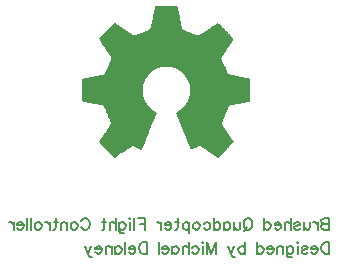
<source format=gbo>
G04 ---------------------------- Layer name :BOTTOM SILK LAYER*
G04 EasyEDA v5.7.24, Wed, 12 Sep 2018 17:35:23 GMT*
G04 04e61e729e724139ab2a67c6bad7766c*
G04 Gerber Generator version 0.2*
G04 Scale: 100 percent, Rotated: No, Reflected: No *
G04 Dimensions in inches *
G04 leading zeros omitted , absolute positions ,2 integer and 4 decimal *
%FSLAX24Y24*%
%MOIN*%
G90*
G70D02*

%ADD53C,0.008000*%

%LPD*%

%LPD*%
G36*
G01X14450Y17144D02*
G01X14450Y17144D01*
G01X14450Y17144D01*
G01X14452Y17140D01*
G01X14455Y17133D01*
G01X14459Y17123D01*
G01X14464Y17109D01*
G01X14469Y17092D01*
G01X14474Y17072D01*
G01X14480Y17050D01*
G01X14486Y17025D01*
G01X14492Y16998D01*
G01X14499Y16969D01*
G01X14506Y16938D01*
G01X14513Y16905D01*
G01X14520Y16871D01*
G01X14527Y16835D01*
G01X14534Y16798D01*
G01X14542Y16761D01*
G01X14542Y16761D01*
G01X14549Y16723D01*
G01X14556Y16686D01*
G01X14563Y16651D01*
G01X14570Y16617D01*
G01X14576Y16584D01*
G01X14583Y16553D01*
G01X14589Y16524D01*
G01X14595Y16497D01*
G01X14601Y16472D01*
G01X14606Y16450D01*
G01X14610Y16430D01*
G01X14615Y16413D01*
G01X14618Y16400D01*
G01X14622Y16390D01*
G01X14624Y16383D01*
G01X14626Y16379D01*
G01X14626Y16379D01*
G01X14630Y16377D01*
G01X14639Y16372D01*
G01X14651Y16367D01*
G01X14667Y16359D01*
G01X14687Y16351D01*
G01X14709Y16341D01*
G01X14734Y16330D01*
G01X14762Y16319D01*
G01X14791Y16306D01*
G01X14822Y16293D01*
G01X14855Y16280D01*
G01X14889Y16266D01*
G01X14889Y16266D01*
G01X14922Y16252D01*
G01X14955Y16239D01*
G01X14986Y16227D01*
G01X15016Y16215D01*
G01X15044Y16205D01*
G01X15069Y16195D01*
G01X15092Y16186D01*
G01X15112Y16179D01*
G01X15129Y16173D01*
G01X15142Y16169D01*
G01X15151Y16166D01*
G01X15156Y16165D01*
G01X15156Y16165D01*
G01X15160Y16166D01*
G01X15166Y16170D01*
G01X15176Y16175D01*
G01X15188Y16182D01*
G01X15202Y16190D01*
G01X15218Y16200D01*
G01X15237Y16212D01*
G01X15258Y16225D01*
G01X15280Y16240D01*
G01X15304Y16256D01*
G01X15329Y16273D01*
G01X15356Y16291D01*
G01X15384Y16309D01*
G01X15413Y16329D01*
G01X15442Y16349D01*
G01X15473Y16370D01*
G01X15473Y16370D01*
G01X15503Y16391D01*
G01X15533Y16411D01*
G01X15562Y16431D01*
G01X15590Y16449D01*
G01X15617Y16467D01*
G01X15643Y16484D01*
G01X15668Y16500D01*
G01X15691Y16514D01*
G01X15712Y16528D01*
G01X15731Y16539D01*
G01X15749Y16550D01*
G01X15764Y16558D01*
G01X15777Y16565D01*
G01X15787Y16570D01*
G01X15795Y16573D01*
G01X15799Y16574D01*
G01X15799Y16574D01*
G01X15804Y16573D01*
G01X15810Y16569D01*
G01X15819Y16563D01*
G01X15831Y16555D01*
G01X15844Y16544D01*
G01X15859Y16532D01*
G01X15875Y16517D01*
G01X15894Y16501D01*
G01X15913Y16484D01*
G01X15934Y16465D01*
G01X15956Y16444D01*
G01X15979Y16422D01*
G01X16003Y16400D01*
G01X16027Y16376D01*
G01X16052Y16351D01*
G01X16078Y16326D01*
G01X16078Y16326D01*
G01X16103Y16300D01*
G01X16128Y16275D01*
G01X16151Y16251D01*
G01X16174Y16228D01*
G01X16196Y16205D01*
G01X16216Y16183D01*
G01X16235Y16163D01*
G01X16253Y16144D01*
G01X16269Y16126D01*
G01X16283Y16110D01*
G01X16296Y16096D01*
G01X16306Y16083D01*
G01X16315Y16073D01*
G01X16321Y16065D01*
G01X16325Y16059D01*
G01X16326Y16055D01*
G01X16326Y16055D01*
G01X16325Y16051D01*
G01X16322Y16045D01*
G01X16317Y16035D01*
G01X16310Y16023D01*
G01X16301Y16009D01*
G01X16291Y15992D01*
G01X16279Y15973D01*
G01X16266Y15952D01*
G01X16251Y15930D01*
G01X16236Y15906D01*
G01X16219Y15880D01*
G01X16201Y15853D01*
G01X16182Y15825D01*
G01X16162Y15796D01*
G01X16142Y15766D01*
G01X16121Y15736D01*
G01X16121Y15736D01*
G01X16101Y15706D01*
G01X16080Y15676D01*
G01X16061Y15647D01*
G01X16042Y15619D01*
G01X16024Y15592D01*
G01X16007Y15567D01*
G01X15992Y15543D01*
G01X15977Y15520D01*
G01X15964Y15499D01*
G01X15952Y15481D01*
G01X15942Y15464D01*
G01X15934Y15449D01*
G01X15927Y15437D01*
G01X15922Y15428D01*
G01X15919Y15421D01*
G01X15918Y15418D01*
G01X15918Y15418D01*
G01X15919Y15412D01*
G01X15922Y15403D01*
G01X15927Y15389D01*
G01X15934Y15371D01*
G01X15942Y15350D01*
G01X15952Y15325D01*
G01X15963Y15298D01*
G01X15975Y15269D01*
G01X15988Y15237D01*
G01X16002Y15204D01*
G01X16017Y15169D01*
G01X16032Y15133D01*
G01X16146Y14870D01*
G01X16474Y14806D01*
G01X16474Y14806D01*
G01X16508Y14800D01*
G01X16541Y14793D01*
G01X16574Y14787D01*
G01X16606Y14781D01*
G01X16636Y14775D01*
G01X16665Y14769D01*
G01X16693Y14764D01*
G01X16719Y14759D01*
G01X16744Y14754D01*
G01X16766Y14749D01*
G01X16786Y14745D01*
G01X16804Y14742D01*
G01X16819Y14739D01*
G01X16832Y14736D01*
G01X16841Y14734D01*
G01X16847Y14733D01*
G01X16847Y14733D01*
G01X16855Y14731D01*
G01X16861Y14729D01*
G01X16867Y14726D01*
G01X16872Y14722D01*
G01X16877Y14715D01*
G01X16880Y14706D01*
G01X16883Y14693D01*
G01X16885Y14677D01*
G01X16887Y14656D01*
G01X16888Y14631D01*
G01X16889Y14600D01*
G01X16890Y14564D01*
G01X16891Y14520D01*
G01X16891Y14470D01*
G01X16891Y14412D01*
G01X16891Y14346D01*
G01X16891Y14346D01*
G01X16891Y14285D01*
G01X16891Y14231D01*
G01X16890Y14183D01*
G01X16890Y14141D01*
G01X16889Y14105D01*
G01X16888Y14074D01*
G01X16887Y14048D01*
G01X16885Y14026D01*
G01X16883Y14008D01*
G01X16881Y13994D01*
G01X16878Y13983D01*
G01X16875Y13974D01*
G01X16871Y13967D01*
G01X16867Y13963D01*
G01X16862Y13960D01*
G01X16857Y13958D01*
G01X16857Y13958D01*
G01X16849Y13956D01*
G01X16837Y13953D01*
G01X16820Y13950D01*
G01X16800Y13946D01*
G01X16775Y13941D01*
G01X16747Y13936D01*
G01X16716Y13930D01*
G01X16682Y13924D01*
G01X16647Y13918D01*
G01X16609Y13911D01*
G01X16570Y13904D01*
G01X16530Y13897D01*
G01X16530Y13897D01*
G01X16491Y13890D01*
G01X16452Y13883D01*
G01X16414Y13876D01*
G01X16378Y13869D01*
G01X16344Y13863D01*
G01X16313Y13856D01*
G01X16284Y13851D01*
G01X16259Y13845D01*
G01X16237Y13840D01*
G01X16220Y13836D01*
G01X16207Y13833D01*
G01X16199Y13830D01*
G01X16199Y13830D01*
G01X16192Y13826D01*
G01X16184Y13818D01*
G01X16175Y13807D01*
G01X16165Y13792D01*
G01X16154Y13773D01*
G01X16142Y13751D01*
G01X16129Y13724D01*
G01X16115Y13694D01*
G01X16100Y13659D01*
G01X16083Y13620D01*
G01X16065Y13577D01*
G01X16046Y13529D01*
G01X16046Y13529D01*
G01X16031Y13490D01*
G01X16016Y13453D01*
G01X16003Y13416D01*
G01X15990Y13382D01*
G01X15979Y13350D01*
G01X15969Y13321D01*
G01X15960Y13294D01*
G01X15953Y13271D01*
G01X15947Y13252D01*
G01X15944Y13236D01*
G01X15942Y13226D01*
G01X15942Y13220D01*
G01X15942Y13220D01*
G01X15944Y13216D01*
G01X15948Y13209D01*
G01X15954Y13200D01*
G01X15961Y13189D01*
G01X15970Y13175D01*
G01X15980Y13160D01*
G01X15991Y13142D01*
G01X16004Y13123D01*
G01X16018Y13102D01*
G01X16033Y13080D01*
G01X16049Y13056D01*
G01X16066Y13031D01*
G01X16083Y13006D01*
G01X16101Y12979D01*
G01X16120Y12952D01*
G01X16139Y12924D01*
G01X16139Y12924D01*
G01X16164Y12887D01*
G01X16189Y12851D01*
G01X16212Y12817D01*
G01X16233Y12784D01*
G01X16253Y12754D01*
G01X16271Y12726D01*
G01X16287Y12701D01*
G01X16300Y12679D01*
G01X16311Y12661D01*
G01X16319Y12647D01*
G01X16324Y12637D01*
G01X16326Y12632D01*
G01X16326Y12632D01*
G01X16325Y12628D01*
G01X16321Y12622D01*
G01X16314Y12614D01*
G01X16305Y12603D01*
G01X16294Y12590D01*
G01X16281Y12576D01*
G01X16266Y12559D01*
G01X16250Y12541D01*
G01X16231Y12521D01*
G01X16211Y12500D01*
G01X16190Y12477D01*
G01X16167Y12454D01*
G01X16143Y12429D01*
G01X16118Y12404D01*
G01X16092Y12378D01*
G01X16066Y12352D01*
G01X15806Y12092D01*
G01X15517Y12289D01*
G01X15517Y12289D01*
G01X15488Y12309D01*
G01X15459Y12328D01*
G01X15431Y12347D01*
G01X15403Y12365D01*
G01X15377Y12382D01*
G01X15352Y12398D01*
G01X15329Y12413D01*
G01X15307Y12427D01*
G01X15287Y12440D01*
G01X15269Y12451D01*
G01X15252Y12461D01*
G01X15238Y12470D01*
G01X15226Y12476D01*
G01X15217Y12481D01*
G01X15211Y12484D01*
G01X15207Y12485D01*
G01X15207Y12485D01*
G01X15200Y12484D01*
G01X15188Y12480D01*
G01X15173Y12473D01*
G01X15154Y12465D01*
G01X15132Y12455D01*
G01X15108Y12443D01*
G01X15083Y12431D01*
G01X15057Y12417D01*
G01X15057Y12417D01*
G01X15023Y12399D01*
G01X14994Y12385D01*
G01X14970Y12375D01*
G01X14951Y12368D01*
G01X14936Y12365D01*
G01X14925Y12365D01*
G01X14916Y12367D01*
G01X14909Y12373D01*
G01X14909Y12373D01*
G01X14905Y12381D01*
G01X14898Y12392D01*
G01X14890Y12408D01*
G01X14881Y12427D01*
G01X14872Y12449D01*
G01X14861Y12473D01*
G01X14851Y12498D01*
G01X14840Y12524D01*
G01X14840Y12524D01*
G01X14836Y12534D01*
G01X14832Y12545D01*
G01X14826Y12559D01*
G01X14820Y12574D01*
G01X14813Y12590D01*
G01X14806Y12608D01*
G01X14798Y12628D01*
G01X14789Y12649D01*
G01X14780Y12671D01*
G01X14770Y12695D01*
G01X14760Y12719D01*
G01X14750Y12745D01*
G01X14739Y12771D01*
G01X14728Y12799D01*
G01X14716Y12827D01*
G01X14704Y12855D01*
G01X14692Y12885D01*
G01X14680Y12915D01*
G01X14667Y12945D01*
G01X14655Y12975D01*
G01X14642Y13006D01*
G01X14629Y13037D01*
G01X14616Y13068D01*
G01X14603Y13098D01*
G01X14603Y13098D01*
G01X14588Y13135D01*
G01X14573Y13171D01*
G01X14559Y13207D01*
G01X14545Y13241D01*
G01X14531Y13275D01*
G01X14518Y13307D01*
G01X14506Y13338D01*
G01X14494Y13368D01*
G01X14482Y13397D01*
G01X14472Y13423D01*
G01X14462Y13448D01*
G01X14453Y13472D01*
G01X14445Y13493D01*
G01X14438Y13512D01*
G01X14432Y13529D01*
G01X14427Y13543D01*
G01X14423Y13555D01*
G01X14420Y13565D01*
G01X14418Y13572D01*
G01X14418Y13576D01*
G01X14418Y13576D01*
G01X14424Y13591D01*
G01X14441Y13610D01*
G01X14467Y13632D01*
G01X14498Y13653D01*
G01X14498Y13653D01*
G01X14515Y13665D01*
G01X14536Y13680D01*
G01X14558Y13698D01*
G01X14581Y13717D01*
G01X14604Y13738D01*
G01X14627Y13760D01*
G01X14649Y13782D01*
G01X14669Y13803D01*
G01X14669Y13803D01*
G01X14689Y13825D01*
G01X14709Y13849D01*
G01X14728Y13874D01*
G01X14747Y13900D01*
G01X14765Y13926D01*
G01X14780Y13950D01*
G01X14794Y13973D01*
G01X14804Y13993D01*
G01X14804Y13993D01*
G01X14813Y14013D01*
G01X14822Y14036D01*
G01X14831Y14060D01*
G01X14840Y14086D01*
G01X14848Y14112D01*
G01X14856Y14137D01*
G01X14863Y14161D01*
G01X14868Y14183D01*
G01X14868Y14183D01*
G01X14872Y14207D01*
G01X14875Y14234D01*
G01X14878Y14263D01*
G01X14880Y14295D01*
G01X14880Y14327D01*
G01X14880Y14359D01*
G01X14879Y14391D01*
G01X14877Y14422D01*
G01X14877Y14422D01*
G01X14875Y14445D01*
G01X14872Y14468D01*
G01X14868Y14490D01*
G01X14864Y14512D01*
G01X14859Y14534D01*
G01X14853Y14555D01*
G01X14847Y14576D01*
G01X14840Y14597D01*
G01X14832Y14618D01*
G01X14824Y14639D01*
G01X14815Y14660D01*
G01X14805Y14681D01*
G01X14805Y14681D01*
G01X14796Y14698D01*
G01X14786Y14716D01*
G01X14775Y14735D01*
G01X14763Y14755D01*
G01X14749Y14775D01*
G01X14736Y14794D01*
G01X14722Y14814D01*
G01X14708Y14833D01*
G01X14694Y14851D01*
G01X14679Y14868D01*
G01X14666Y14884D01*
G01X14653Y14898D01*
G01X14653Y14898D01*
G01X14632Y14918D01*
G01X14609Y14939D01*
G01X14584Y14959D01*
G01X14559Y14979D01*
G01X14533Y14998D01*
G01X14508Y15015D01*
G01X14485Y15029D01*
G01X14464Y15041D01*
G01X14464Y15041D01*
G01X14443Y15051D01*
G01X14420Y15061D01*
G01X14395Y15071D01*
G01X14370Y15082D01*
G01X14344Y15091D01*
G01X14320Y15100D01*
G01X14297Y15107D01*
G01X14277Y15113D01*
G01X14277Y15113D01*
G01X14255Y15118D01*
G01X14230Y15122D01*
G01X14202Y15126D01*
G01X14171Y15128D01*
G01X14140Y15130D01*
G01X14107Y15131D01*
G01X14075Y15130D01*
G01X14043Y15129D01*
G01X14043Y15129D01*
G01X14022Y15127D01*
G01X14000Y15125D01*
G01X13978Y15122D01*
G01X13955Y15119D01*
G01X13932Y15115D01*
G01X13909Y15110D01*
G01X13887Y15105D01*
G01X13865Y15100D01*
G01X13844Y15095D01*
G01X13824Y15089D01*
G01X13805Y15083D01*
G01X13788Y15077D01*
G01X13788Y15077D01*
G01X13770Y15069D01*
G01X13751Y15060D01*
G01X13732Y15051D01*
G01X13713Y15040D01*
G01X13694Y15028D01*
G01X13674Y15016D01*
G01X13654Y15002D01*
G01X13635Y14988D01*
G01X13615Y14973D01*
G01X13596Y14957D01*
G01X13577Y14941D01*
G01X13558Y14924D01*
G01X13558Y14924D01*
G01X13540Y14907D01*
G01X13523Y14890D01*
G01X13506Y14872D01*
G01X13489Y14853D01*
G01X13473Y14834D01*
G01X13458Y14815D01*
G01X13443Y14796D01*
G01X13429Y14777D01*
G01X13416Y14758D01*
G01X13405Y14740D01*
G01X13394Y14723D01*
G01X13385Y14706D01*
G01X13385Y14706D01*
G01X13374Y14682D01*
G01X13362Y14655D01*
G01X13351Y14626D01*
G01X13340Y14596D01*
G01X13330Y14565D01*
G01X13320Y14535D01*
G01X13313Y14507D01*
G01X13307Y14482D01*
G01X13307Y14482D01*
G01X13302Y14456D01*
G01X13298Y14428D01*
G01X13295Y14399D01*
G01X13293Y14370D01*
G01X13292Y14340D01*
G01X13292Y14312D01*
G01X13293Y14286D01*
G01X13295Y14262D01*
G01X13295Y14262D01*
G01X13298Y14240D01*
G01X13302Y14215D01*
G01X13308Y14189D01*
G01X13314Y14162D01*
G01X13321Y14135D01*
G01X13328Y14110D01*
G01X13335Y14086D01*
G01X13343Y14065D01*
G01X13343Y14065D01*
G01X13351Y14044D01*
G01X13362Y14021D01*
G01X13374Y13997D01*
G01X13387Y13972D01*
G01X13400Y13947D01*
G01X13414Y13923D01*
G01X13428Y13900D01*
G01X13441Y13880D01*
G01X13441Y13880D01*
G01X13456Y13860D01*
G01X13473Y13839D01*
G01X13492Y13816D01*
G01X13513Y13794D01*
G01X13534Y13772D01*
G01X13555Y13751D01*
G01X13576Y13732D01*
G01X13596Y13716D01*
G01X13596Y13716D01*
G01X13615Y13701D01*
G01X13635Y13686D01*
G01X13655Y13671D01*
G01X13674Y13656D01*
G01X13692Y13643D01*
G01X13708Y13632D01*
G01X13721Y13622D01*
G01X13732Y13614D01*
G01X13776Y13585D01*
G01X13523Y12974D01*
G01X13523Y12974D01*
G01X13508Y12938D01*
G01X13493Y12903D01*
G01X13479Y12868D01*
G01X13464Y12834D01*
G01X13450Y12801D01*
G01X13437Y12768D01*
G01X13423Y12736D01*
G01X13410Y12705D01*
G01X13398Y12675D01*
G01X13385Y12645D01*
G01X13373Y12617D01*
G01X13362Y12590D01*
G01X13351Y12564D01*
G01X13341Y12540D01*
G01X13331Y12516D01*
G01X13321Y12494D01*
G01X13312Y12473D01*
G01X13304Y12454D01*
G01X13296Y12436D01*
G01X13289Y12420D01*
G01X13283Y12405D01*
G01X13277Y12392D01*
G01X13272Y12381D01*
G01X13268Y12372D01*
G01X13265Y12364D01*
G01X13262Y12359D01*
G01X13260Y12355D01*
G01X13259Y12353D01*
G01X13259Y12353D01*
G01X13255Y12353D01*
G01X13246Y12355D01*
G01X13232Y12360D01*
G01X13215Y12368D01*
G01X13195Y12377D01*
G01X13172Y12388D01*
G01X13148Y12401D01*
G01X13122Y12415D01*
G01X13122Y12415D01*
G01X13096Y12429D01*
G01X13070Y12442D01*
G01X13046Y12454D01*
G01X13024Y12464D01*
G01X13004Y12473D01*
G01X12988Y12479D01*
G01X12976Y12484D01*
G01X12968Y12485D01*
G01X12968Y12485D01*
G01X12952Y12481D01*
G01X12928Y12469D01*
G01X12898Y12452D01*
G01X12866Y12431D01*
G01X12866Y12431D01*
G01X12854Y12422D01*
G01X12839Y12411D01*
G01X12820Y12398D01*
G01X12799Y12383D01*
G01X12776Y12367D01*
G01X12751Y12350D01*
G01X12724Y12331D01*
G01X12697Y12312D01*
G01X12668Y12292D01*
G01X12639Y12272D01*
G01X12609Y12252D01*
G01X12580Y12232D01*
G01X12370Y12088D01*
G01X12108Y12350D01*
G01X12108Y12350D01*
G01X12081Y12376D01*
G01X12055Y12403D01*
G01X12030Y12428D01*
G01X12006Y12452D01*
G01X11983Y12476D01*
G01X11962Y12498D01*
G01X11941Y12519D01*
G01X11923Y12539D01*
G01X11906Y12557D01*
G01X11891Y12573D01*
G01X11877Y12588D01*
G01X11866Y12600D01*
G01X11858Y12611D01*
G01X11851Y12619D01*
G01X11847Y12624D01*
G01X11846Y12627D01*
G01X11846Y12627D01*
G01X11847Y12630D01*
G01X11850Y12636D01*
G01X11855Y12645D01*
G01X11861Y12656D01*
G01X11869Y12669D01*
G01X11879Y12685D01*
G01X11890Y12703D01*
G01X11903Y12722D01*
G01X11917Y12744D01*
G01X11932Y12766D01*
G01X11948Y12791D01*
G01X11965Y12816D01*
G01X11983Y12843D01*
G01X12001Y12870D01*
G01X12021Y12899D01*
G01X12041Y12928D01*
G01X12041Y12928D01*
G01X12060Y12957D01*
G01X12080Y12986D01*
G01X12098Y13013D01*
G01X12116Y13040D01*
G01X12133Y13066D01*
G01X12149Y13091D01*
G01X12164Y13115D01*
G01X12178Y13136D01*
G01X12191Y13157D01*
G01X12202Y13175D01*
G01X12212Y13191D01*
G01X12220Y13206D01*
G01X12227Y13218D01*
G01X12231Y13227D01*
G01X12234Y13234D01*
G01X12235Y13238D01*
G01X12235Y13238D01*
G01X12234Y13244D01*
G01X12231Y13255D01*
G01X12227Y13270D01*
G01X12220Y13289D01*
G01X12212Y13311D01*
G01X12203Y13337D01*
G01X12193Y13365D01*
G01X12181Y13396D01*
G01X12168Y13430D01*
G01X12155Y13464D01*
G01X12140Y13501D01*
G01X12126Y13538D01*
G01X12126Y13538D01*
G01X12106Y13586D01*
G01X12089Y13628D01*
G01X12072Y13666D01*
G01X12058Y13700D01*
G01X12044Y13729D01*
G01X12031Y13754D01*
G01X12020Y13775D01*
G01X12009Y13793D01*
G01X12000Y13807D01*
G01X11991Y13817D01*
G01X11982Y13825D01*
G01X11975Y13829D01*
G01X11975Y13829D01*
G01X11966Y13832D01*
G01X11954Y13835D01*
G01X11936Y13839D01*
G01X11915Y13844D01*
G01X11890Y13850D01*
G01X11863Y13856D01*
G01X11832Y13862D01*
G01X11799Y13868D01*
G01X11764Y13875D01*
G01X11727Y13882D01*
G01X11690Y13889D01*
G01X11651Y13896D01*
G01X11651Y13896D01*
G01X11612Y13903D01*
G01X11575Y13910D01*
G01X11538Y13916D01*
G01X11503Y13923D01*
G01X11469Y13929D01*
G01X11439Y13934D01*
G01X11410Y13940D01*
G01X11385Y13944D01*
G01X11364Y13948D01*
G01X11346Y13952D01*
G01X11333Y13954D01*
G01X11325Y13956D01*
G01X11325Y13956D01*
G01X11317Y13958D01*
G01X11310Y13960D01*
G01X11304Y13963D01*
G01X11299Y13968D01*
G01X11295Y13974D01*
G01X11292Y13984D01*
G01X11289Y13996D01*
G01X11286Y14013D01*
G01X11285Y14033D01*
G01X11283Y14059D01*
G01X11282Y14089D01*
G01X11282Y14126D01*
G01X11281Y14170D01*
G01X11281Y14220D01*
G01X11281Y14279D01*
G01X11281Y14345D01*
G01X11281Y14345D01*
G01X11281Y14384D01*
G01X11281Y14421D01*
G01X11281Y14458D01*
G01X11281Y14492D01*
G01X11281Y14526D01*
G01X11282Y14557D01*
G01X11282Y14586D01*
G01X11282Y14613D01*
G01X11283Y14638D01*
G01X11283Y14659D01*
G01X11283Y14679D01*
G01X11284Y14695D01*
G01X11284Y14707D01*
G01X11285Y14717D01*
G01X11285Y14723D01*
G01X11286Y14724D01*
G01X11286Y14724D01*
G01X11288Y14725D01*
G01X11294Y14726D01*
G01X11303Y14728D01*
G01X11316Y14730D01*
G01X11331Y14733D01*
G01X11350Y14736D01*
G01X11371Y14740D01*
G01X11394Y14744D01*
G01X11420Y14749D01*
G01X11448Y14754D01*
G01X11478Y14760D01*
G01X11509Y14766D01*
G01X11542Y14772D01*
G01X11577Y14778D01*
G01X11612Y14785D01*
G01X11649Y14792D01*
G01X11649Y14792D01*
G01X11686Y14799D01*
G01X11721Y14805D01*
G01X11756Y14812D01*
G01X11789Y14819D01*
G01X11821Y14825D01*
G01X11852Y14832D01*
G01X11880Y14838D01*
G01X11906Y14844D01*
G01X11931Y14849D01*
G01X11953Y14854D01*
G01X11972Y14859D01*
G01X11988Y14863D01*
G01X12002Y14867D01*
G01X12012Y14870D01*
G01X12019Y14872D01*
G01X12022Y14874D01*
G01X12022Y14874D01*
G01X12025Y14879D01*
G01X12030Y14887D01*
G01X12037Y14900D01*
G01X12045Y14916D01*
G01X12054Y14936D01*
G01X12065Y14959D01*
G01X12077Y14984D01*
G01X12089Y15012D01*
G01X12103Y15042D01*
G01X12117Y15073D01*
G01X12131Y15106D01*
G01X12146Y15140D01*
G01X12146Y15140D01*
G01X12161Y15174D01*
G01X12175Y15207D01*
G01X12188Y15239D01*
G01X12201Y15270D01*
G01X12212Y15298D01*
G01X12223Y15325D01*
G01X12232Y15349D01*
G01X12240Y15370D01*
G01X12246Y15387D01*
G01X12251Y15402D01*
G01X12254Y15412D01*
G01X12255Y15418D01*
G01X12255Y15418D01*
G01X12254Y15423D01*
G01X12251Y15430D01*
G01X12246Y15440D01*
G01X12239Y15453D01*
G01X12230Y15468D01*
G01X12220Y15486D01*
G01X12208Y15505D01*
G01X12195Y15527D01*
G01X12180Y15550D01*
G01X12164Y15574D01*
G01X12148Y15601D01*
G01X12130Y15628D01*
G01X12111Y15656D01*
G01X12091Y15686D01*
G01X12071Y15716D01*
G01X12050Y15746D01*
G01X12050Y15746D01*
G01X12029Y15777D01*
G01X12009Y15807D01*
G01X11990Y15836D01*
G01X11971Y15864D01*
G01X11953Y15891D01*
G01X11936Y15916D01*
G01X11920Y15940D01*
G01X11906Y15963D01*
G01X11893Y15983D01*
G01X11881Y16002D01*
G01X11871Y16018D01*
G01X11862Y16032D01*
G01X11855Y16044D01*
G01X11850Y16053D01*
G01X11847Y16059D01*
G01X11846Y16063D01*
G01X11846Y16063D01*
G01X11847Y16066D01*
G01X11851Y16071D01*
G01X11858Y16079D01*
G01X11866Y16090D01*
G01X11877Y16102D01*
G01X11891Y16117D01*
G01X11906Y16133D01*
G01X11923Y16151D01*
G01X11941Y16170D01*
G01X11961Y16191D01*
G01X11983Y16214D01*
G01X12006Y16237D01*
G01X12030Y16261D01*
G01X12055Y16286D01*
G01X12081Y16312D01*
G01X12108Y16339D01*
G01X12369Y16598D01*
G01X12673Y16391D01*
G01X12673Y16391D01*
G01X12704Y16369D01*
G01X12735Y16349D01*
G01X12764Y16329D01*
G01X12793Y16309D01*
G01X12821Y16291D01*
G01X12847Y16273D01*
G01X12872Y16256D01*
G01X12896Y16241D01*
G01X12918Y16227D01*
G01X12937Y16214D01*
G01X12955Y16203D01*
G01X12970Y16193D01*
G01X12983Y16185D01*
G01X12993Y16179D01*
G01X13001Y16175D01*
G01X13005Y16172D01*
G01X13005Y16172D01*
G01X13011Y16172D01*
G01X13021Y16173D01*
G01X13036Y16176D01*
G01X13053Y16181D01*
G01X13074Y16187D01*
G01X13098Y16195D01*
G01X13124Y16204D01*
G01X13153Y16214D01*
G01X13183Y16225D01*
G01X13215Y16237D01*
G01X13248Y16250D01*
G01X13282Y16263D01*
G01X13282Y16263D01*
G01X13316Y16277D01*
G01X13349Y16291D01*
G01X13380Y16305D01*
G01X13410Y16318D01*
G01X13438Y16331D01*
G01X13464Y16343D01*
G01X13487Y16354D01*
G01X13507Y16364D01*
G01X13524Y16373D01*
G01X13537Y16380D01*
G01X13546Y16386D01*
G01X13551Y16390D01*
G01X13551Y16390D01*
G01X13553Y16395D01*
G01X13556Y16402D01*
G01X13560Y16413D01*
G01X13564Y16427D01*
G01X13569Y16444D01*
G01X13574Y16464D01*
G01X13579Y16486D01*
G01X13585Y16510D01*
G01X13590Y16536D01*
G01X13597Y16564D01*
G01X13603Y16594D01*
G01X13610Y16626D01*
G01X13616Y16658D01*
G01X13623Y16692D01*
G01X13630Y16727D01*
G01X13636Y16763D01*
G01X13636Y16763D01*
G01X13643Y16798D01*
G01X13650Y16833D01*
G01X13656Y16867D01*
G01X13663Y16899D01*
G01X13669Y16931D01*
G01X13676Y16961D01*
G01X13682Y16989D01*
G01X13688Y17015D01*
G01X13693Y17039D01*
G01X13699Y17061D01*
G01X13703Y17081D01*
G01X13708Y17097D01*
G01X13712Y17111D01*
G01X13715Y17122D01*
G01X13718Y17130D01*
G01X13721Y17134D01*
G01X13721Y17134D01*
G01X13724Y17137D01*
G01X13730Y17140D01*
G01X13738Y17143D01*
G01X13748Y17146D01*
G01X13760Y17148D01*
G01X13775Y17150D01*
G01X13793Y17151D01*
G01X13813Y17153D01*
G01X13836Y17154D01*
G01X13862Y17155D01*
G01X13891Y17156D01*
G01X13923Y17157D01*
G01X13958Y17158D01*
G01X13996Y17158D01*
G01X14038Y17158D01*
G01X14083Y17158D01*
G01X14083Y17158D01*
G01X14118Y17158D01*
G01X14153Y17158D01*
G01X14186Y17158D01*
G01X14218Y17157D01*
G01X14249Y17156D01*
G01X14279Y17156D01*
G01X14307Y17155D01*
G01X14333Y17154D01*
G01X14356Y17153D01*
G01X14378Y17152D01*
G01X14397Y17150D01*
G01X14414Y17149D01*
G01X14427Y17148D01*
G01X14438Y17146D01*
G01X14445Y17145D01*
G01X14450Y17144D01*
G37*

%LPD*%
G54D53*
G01X19511Y10075D02*
G01X19511Y9694D01*
G01X19511Y10075D02*
G01X19348Y10075D01*
G01X19293Y10057D01*
G01X19275Y10039D01*
G01X19257Y10003D01*
G01X19257Y9966D01*
G01X19275Y9930D01*
G01X19293Y9912D01*
G01X19348Y9894D01*
G01X19511Y9894D02*
G01X19348Y9894D01*
G01X19293Y9875D01*
G01X19275Y9857D01*
G01X19257Y9821D01*
G01X19257Y9766D01*
G01X19275Y9730D01*
G01X19293Y9712D01*
G01X19348Y9694D01*
G01X19511Y9694D01*
G01X19137Y9948D02*
G01X19137Y9694D01*
G01X19137Y9839D02*
G01X19119Y9894D01*
G01X19082Y9930D01*
G01X19046Y9948D01*
G01X18991Y9948D01*
G01X18871Y9948D02*
G01X18871Y9766D01*
G01X18853Y9712D01*
G01X18817Y9694D01*
G01X18762Y9694D01*
G01X18726Y9712D01*
G01X18671Y9766D01*
G01X18671Y9948D02*
G01X18671Y9694D01*
G01X18351Y9894D02*
G01X18370Y9930D01*
G01X18424Y9948D01*
G01X18479Y9948D01*
G01X18533Y9930D01*
G01X18551Y9894D01*
G01X18533Y9857D01*
G01X18497Y9839D01*
G01X18406Y9821D01*
G01X18370Y9803D01*
G01X18351Y9766D01*
G01X18351Y9748D01*
G01X18370Y9712D01*
G01X18424Y9694D01*
G01X18479Y9694D01*
G01X18533Y9712D01*
G01X18551Y9748D01*
G01X18231Y10075D02*
G01X18231Y9694D01*
G01X18231Y9875D02*
G01X18177Y9930D01*
G01X18140Y9948D01*
G01X18086Y9948D01*
G01X18050Y9930D01*
G01X18031Y9875D01*
G01X18031Y9694D01*
G01X17911Y9839D02*
G01X17693Y9839D01*
G01X17693Y9875D01*
G01X17711Y9912D01*
G01X17730Y9930D01*
G01X17766Y9948D01*
G01X17820Y9948D01*
G01X17857Y9930D01*
G01X17893Y9894D01*
G01X17911Y9839D01*
G01X17911Y9803D01*
G01X17893Y9748D01*
G01X17857Y9712D01*
G01X17820Y9694D01*
G01X17766Y9694D01*
G01X17730Y9712D01*
G01X17693Y9748D01*
G01X17355Y10075D02*
G01X17355Y9694D01*
G01X17355Y9894D02*
G01X17391Y9930D01*
G01X17428Y9948D01*
G01X17482Y9948D01*
G01X17519Y9930D01*
G01X17555Y9894D01*
G01X17573Y9839D01*
G01X17573Y9803D01*
G01X17555Y9748D01*
G01X17519Y9712D01*
G01X17482Y9694D01*
G01X17428Y9694D01*
G01X17391Y9712D01*
G01X17355Y9748D01*
G01X16846Y10075D02*
G01X16882Y10057D01*
G01X16919Y10021D01*
G01X16937Y9984D01*
G01X16955Y9930D01*
G01X16955Y9839D01*
G01X16937Y9784D01*
G01X16919Y9748D01*
G01X16882Y9712D01*
G01X16846Y9694D01*
G01X16773Y9694D01*
G01X16737Y9712D01*
G01X16700Y9748D01*
G01X16682Y9784D01*
G01X16664Y9839D01*
G01X16664Y9930D01*
G01X16682Y9984D01*
G01X16700Y10021D01*
G01X16737Y10057D01*
G01X16773Y10075D01*
G01X16846Y10075D01*
G01X16791Y9766D02*
G01X16682Y9657D01*
G01X16544Y9948D02*
G01X16544Y9766D01*
G01X16526Y9712D01*
G01X16490Y9694D01*
G01X16435Y9694D01*
G01X16399Y9712D01*
G01X16344Y9766D01*
G01X16344Y9948D02*
G01X16344Y9694D01*
G01X16006Y9948D02*
G01X16006Y9694D01*
G01X16006Y9894D02*
G01X16042Y9930D01*
G01X16079Y9948D01*
G01X16133Y9948D01*
G01X16170Y9930D01*
G01X16206Y9894D01*
G01X16224Y9839D01*
G01X16224Y9803D01*
G01X16206Y9748D01*
G01X16170Y9712D01*
G01X16133Y9694D01*
G01X16079Y9694D01*
G01X16042Y9712D01*
G01X16006Y9748D01*
G01X15668Y10075D02*
G01X15668Y9694D01*
G01X15668Y9894D02*
G01X15704Y9930D01*
G01X15740Y9948D01*
G01X15795Y9948D01*
G01X15831Y9930D01*
G01X15868Y9894D01*
G01X15886Y9839D01*
G01X15886Y9803D01*
G01X15868Y9748D01*
G01X15831Y9712D01*
G01X15795Y9694D01*
G01X15740Y9694D01*
G01X15704Y9712D01*
G01X15668Y9748D01*
G01X15330Y9894D02*
G01X15366Y9930D01*
G01X15402Y9948D01*
G01X15457Y9948D01*
G01X15493Y9930D01*
G01X15530Y9894D01*
G01X15548Y9839D01*
G01X15548Y9803D01*
G01X15530Y9748D01*
G01X15493Y9712D01*
G01X15457Y9694D01*
G01X15402Y9694D01*
G01X15366Y9712D01*
G01X15330Y9748D01*
G01X15119Y9948D02*
G01X15155Y9930D01*
G01X15191Y9894D01*
G01X15210Y9839D01*
G01X15210Y9803D01*
G01X15191Y9748D01*
G01X15155Y9712D01*
G01X15119Y9694D01*
G01X15064Y9694D01*
G01X15028Y9712D01*
G01X14991Y9748D01*
G01X14973Y9803D01*
G01X14973Y9839D01*
G01X14991Y9894D01*
G01X15028Y9930D01*
G01X15064Y9948D01*
G01X15119Y9948D01*
G01X14853Y9948D02*
G01X14853Y9566D01*
G01X14853Y9894D02*
G01X14817Y9930D01*
G01X14780Y9948D01*
G01X14726Y9948D01*
G01X14690Y9930D01*
G01X14653Y9894D01*
G01X14635Y9839D01*
G01X14635Y9803D01*
G01X14653Y9748D01*
G01X14690Y9712D01*
G01X14726Y9694D01*
G01X14780Y9694D01*
G01X14817Y9712D01*
G01X14853Y9748D01*
G01X14460Y10075D02*
G01X14460Y9766D01*
G01X14442Y9712D01*
G01X14406Y9694D01*
G01X14370Y9694D01*
G01X14515Y9948D02*
G01X14388Y9948D01*
G01X14250Y9839D02*
G01X14031Y9839D01*
G01X14031Y9875D01*
G01X14050Y9912D01*
G01X14068Y9930D01*
G01X14104Y9948D01*
G01X14159Y9948D01*
G01X14195Y9930D01*
G01X14231Y9894D01*
G01X14250Y9839D01*
G01X14250Y9803D01*
G01X14231Y9748D01*
G01X14195Y9712D01*
G01X14159Y9694D01*
G01X14104Y9694D01*
G01X14068Y9712D01*
G01X14031Y9748D01*
G01X13911Y9948D02*
G01X13911Y9694D01*
G01X13911Y9839D02*
G01X13893Y9894D01*
G01X13857Y9930D01*
G01X13820Y9948D01*
G01X13766Y9948D01*
G01X13366Y10075D02*
G01X13366Y9694D01*
G01X13366Y10075D02*
G01X13130Y10075D01*
G01X13366Y9894D02*
G01X13220Y9894D01*
G01X13010Y10075D02*
G01X13010Y9694D01*
G01X12890Y10075D02*
G01X12871Y10057D01*
G01X12853Y10075D01*
G01X12871Y10094D01*
G01X12890Y10075D01*
G01X12871Y9948D02*
G01X12871Y9694D01*
G01X12515Y9948D02*
G01X12515Y9657D01*
G01X12533Y9603D01*
G01X12551Y9584D01*
G01X12588Y9566D01*
G01X12642Y9566D01*
G01X12679Y9584D01*
G01X12515Y9894D02*
G01X12551Y9930D01*
G01X12588Y9948D01*
G01X12642Y9948D01*
G01X12679Y9930D01*
G01X12715Y9894D01*
G01X12733Y9839D01*
G01X12733Y9803D01*
G01X12715Y9748D01*
G01X12679Y9712D01*
G01X12642Y9694D01*
G01X12588Y9694D01*
G01X12551Y9712D01*
G01X12515Y9748D01*
G01X12395Y10075D02*
G01X12395Y9694D01*
G01X12395Y9875D02*
G01X12340Y9930D01*
G01X12304Y9948D01*
G01X12250Y9948D01*
G01X12213Y9930D01*
G01X12195Y9875D01*
G01X12195Y9694D01*
G01X12020Y10075D02*
G01X12020Y9766D01*
G01X12002Y9712D01*
G01X11966Y9694D01*
G01X11930Y9694D01*
G01X12075Y9948D02*
G01X11948Y9948D01*
G01X11257Y9984D02*
G01X11275Y10021D01*
G01X11311Y10057D01*
G01X11348Y10075D01*
G01X11420Y10075D01*
G01X11457Y10057D01*
G01X11493Y10021D01*
G01X11511Y9984D01*
G01X11530Y9930D01*
G01X11530Y9839D01*
G01X11511Y9784D01*
G01X11493Y9748D01*
G01X11457Y9712D01*
G01X11420Y9694D01*
G01X11348Y9694D01*
G01X11311Y9712D01*
G01X11275Y9748D01*
G01X11257Y9784D01*
G01X11046Y9948D02*
G01X11082Y9930D01*
G01X11119Y9894D01*
G01X11137Y9839D01*
G01X11137Y9803D01*
G01X11119Y9748D01*
G01X11082Y9712D01*
G01X11046Y9694D01*
G01X10991Y9694D01*
G01X10955Y9712D01*
G01X10919Y9748D01*
G01X10900Y9803D01*
G01X10900Y9839D01*
G01X10919Y9894D01*
G01X10955Y9930D01*
G01X10991Y9948D01*
G01X11046Y9948D01*
G01X10780Y9948D02*
G01X10780Y9694D01*
G01X10780Y9875D02*
G01X10726Y9930D01*
G01X10690Y9948D01*
G01X10635Y9948D01*
G01X10599Y9930D01*
G01X10580Y9875D01*
G01X10580Y9694D01*
G01X10406Y10075D02*
G01X10406Y9766D01*
G01X10388Y9712D01*
G01X10351Y9694D01*
G01X10315Y9694D01*
G01X10460Y9948D02*
G01X10333Y9948D01*
G01X10195Y9948D02*
G01X10195Y9694D01*
G01X10195Y9839D02*
G01X10177Y9894D01*
G01X10140Y9930D01*
G01X10104Y9948D01*
G01X10050Y9948D01*
G01X9839Y9948D02*
G01X9875Y9930D01*
G01X9911Y9894D01*
G01X9930Y9839D01*
G01X9930Y9803D01*
G01X9911Y9748D01*
G01X9875Y9712D01*
G01X9839Y9694D01*
G01X9784Y9694D01*
G01X9748Y9712D01*
G01X9711Y9748D01*
G01X9693Y9803D01*
G01X9693Y9839D01*
G01X9711Y9894D01*
G01X9748Y9930D01*
G01X9784Y9948D01*
G01X9839Y9948D01*
G01X9573Y10075D02*
G01X9573Y9694D01*
G01X9453Y10075D02*
G01X9453Y9694D01*
G01X9333Y9839D02*
G01X9115Y9839D01*
G01X9115Y9875D01*
G01X9133Y9912D01*
G01X9151Y9930D01*
G01X9188Y9948D01*
G01X9242Y9948D01*
G01X9279Y9930D01*
G01X9315Y9894D01*
G01X9333Y9839D01*
G01X9333Y9803D01*
G01X9315Y9748D01*
G01X9279Y9712D01*
G01X9242Y9694D01*
G01X9188Y9694D01*
G01X9151Y9712D01*
G01X9115Y9748D01*
G01X8995Y9948D02*
G01X8995Y9694D01*
G01X8995Y9839D02*
G01X8977Y9894D01*
G01X8940Y9930D01*
G01X8904Y9948D01*
G01X8850Y9948D01*
G01X19511Y9275D02*
G01X19511Y8894D01*
G01X19511Y9275D02*
G01X19384Y9275D01*
G01X19330Y9257D01*
G01X19293Y9221D01*
G01X19275Y9184D01*
G01X19257Y9130D01*
G01X19257Y9039D01*
G01X19275Y8984D01*
G01X19293Y8948D01*
G01X19330Y8912D01*
G01X19384Y8894D01*
G01X19511Y8894D01*
G01X19137Y9039D02*
G01X18919Y9039D01*
G01X18919Y9075D01*
G01X18937Y9112D01*
G01X18955Y9130D01*
G01X18991Y9148D01*
G01X19046Y9148D01*
G01X19082Y9130D01*
G01X19119Y9094D01*
G01X19137Y9039D01*
G01X19137Y9003D01*
G01X19119Y8948D01*
G01X19082Y8912D01*
G01X19046Y8894D01*
G01X18991Y8894D01*
G01X18955Y8912D01*
G01X18919Y8948D01*
G01X18599Y9094D02*
G01X18617Y9130D01*
G01X18671Y9148D01*
G01X18726Y9148D01*
G01X18780Y9130D01*
G01X18799Y9094D01*
G01X18780Y9057D01*
G01X18744Y9039D01*
G01X18653Y9021D01*
G01X18617Y9003D01*
G01X18599Y8966D01*
G01X18599Y8948D01*
G01X18617Y8912D01*
G01X18671Y8894D01*
G01X18726Y8894D01*
G01X18780Y8912D01*
G01X18799Y8948D01*
G01X18479Y9275D02*
G01X18460Y9257D01*
G01X18442Y9275D01*
G01X18460Y9294D01*
G01X18479Y9275D01*
G01X18460Y9148D02*
G01X18460Y8894D01*
G01X18104Y9148D02*
G01X18104Y8857D01*
G01X18122Y8803D01*
G01X18140Y8784D01*
G01X18177Y8766D01*
G01X18231Y8766D01*
G01X18268Y8784D01*
G01X18104Y9094D02*
G01X18140Y9130D01*
G01X18177Y9148D01*
G01X18231Y9148D01*
G01X18268Y9130D01*
G01X18304Y9094D01*
G01X18322Y9039D01*
G01X18322Y9003D01*
G01X18304Y8948D01*
G01X18268Y8912D01*
G01X18231Y8894D01*
G01X18177Y8894D01*
G01X18140Y8912D01*
G01X18104Y8948D01*
G01X17984Y9148D02*
G01X17984Y8894D01*
G01X17984Y9075D02*
G01X17930Y9130D01*
G01X17893Y9148D01*
G01X17839Y9148D01*
G01X17802Y9130D01*
G01X17784Y9075D01*
G01X17784Y8894D01*
G01X17664Y9039D02*
G01X17446Y9039D01*
G01X17446Y9075D01*
G01X17464Y9112D01*
G01X17482Y9130D01*
G01X17519Y9148D01*
G01X17573Y9148D01*
G01X17610Y9130D01*
G01X17646Y9094D01*
G01X17664Y9039D01*
G01X17664Y9003D01*
G01X17646Y8948D01*
G01X17610Y8912D01*
G01X17573Y8894D01*
G01X17519Y8894D01*
G01X17482Y8912D01*
G01X17446Y8948D01*
G01X17108Y9275D02*
G01X17108Y8894D01*
G01X17108Y9094D02*
G01X17144Y9130D01*
G01X17180Y9148D01*
G01X17235Y9148D01*
G01X17271Y9130D01*
G01X17308Y9094D01*
G01X17326Y9039D01*
G01X17326Y9003D01*
G01X17308Y8948D01*
G01X17271Y8912D01*
G01X17235Y8894D01*
G01X17180Y8894D01*
G01X17144Y8912D01*
G01X17108Y8948D01*
G01X16708Y9275D02*
G01X16708Y8894D01*
G01X16708Y9094D02*
G01X16671Y9130D01*
G01X16635Y9148D01*
G01X16580Y9148D01*
G01X16544Y9130D01*
G01X16508Y9094D01*
G01X16490Y9039D01*
G01X16490Y9003D01*
G01X16508Y8948D01*
G01X16544Y8912D01*
G01X16580Y8894D01*
G01X16635Y8894D01*
G01X16671Y8912D01*
G01X16708Y8948D01*
G01X16351Y9148D02*
G01X16242Y8894D01*
G01X16133Y9148D02*
G01X16242Y8894D01*
G01X16279Y8821D01*
G01X16315Y8784D01*
G01X16351Y8766D01*
G01X16370Y8766D01*
G01X15733Y9275D02*
G01X15733Y8894D01*
G01X15733Y9275D02*
G01X15588Y8894D01*
G01X15442Y9275D02*
G01X15588Y8894D01*
G01X15442Y9275D02*
G01X15442Y8894D01*
G01X15322Y9275D02*
G01X15304Y9257D01*
G01X15286Y9275D01*
G01X15304Y9294D01*
G01X15322Y9275D01*
G01X15304Y9148D02*
G01X15304Y8894D01*
G01X14948Y9094D02*
G01X14984Y9130D01*
G01X15020Y9148D01*
G01X15075Y9148D01*
G01X15111Y9130D01*
G01X15148Y9094D01*
G01X15166Y9039D01*
G01X15166Y9003D01*
G01X15148Y8948D01*
G01X15111Y8912D01*
G01X15075Y8894D01*
G01X15020Y8894D01*
G01X14984Y8912D01*
G01X14948Y8948D01*
G01X14828Y9275D02*
G01X14828Y8894D01*
G01X14828Y9075D02*
G01X14773Y9130D01*
G01X14737Y9148D01*
G01X14682Y9148D01*
G01X14646Y9130D01*
G01X14628Y9075D01*
G01X14628Y8894D01*
G01X14290Y9148D02*
G01X14290Y8894D01*
G01X14290Y9094D02*
G01X14326Y9130D01*
G01X14362Y9148D01*
G01X14417Y9148D01*
G01X14453Y9130D01*
G01X14490Y9094D01*
G01X14508Y9039D01*
G01X14508Y9003D01*
G01X14490Y8948D01*
G01X14453Y8912D01*
G01X14417Y8894D01*
G01X14362Y8894D01*
G01X14326Y8912D01*
G01X14290Y8948D01*
G01X14170Y9039D02*
G01X13951Y9039D01*
G01X13951Y9075D01*
G01X13970Y9112D01*
G01X13988Y9130D01*
G01X14024Y9148D01*
G01X14079Y9148D01*
G01X14115Y9130D01*
G01X14151Y9094D01*
G01X14170Y9039D01*
G01X14170Y9003D01*
G01X14151Y8948D01*
G01X14115Y8912D01*
G01X14079Y8894D01*
G01X14024Y8894D01*
G01X13988Y8912D01*
G01X13951Y8948D01*
G01X13831Y9275D02*
G01X13831Y8894D01*
G01X13431Y9275D02*
G01X13431Y8894D01*
G01X13431Y9275D02*
G01X13304Y9275D01*
G01X13250Y9257D01*
G01X13213Y9221D01*
G01X13195Y9184D01*
G01X13177Y9130D01*
G01X13177Y9039D01*
G01X13195Y8984D01*
G01X13213Y8948D01*
G01X13250Y8912D01*
G01X13304Y8894D01*
G01X13431Y8894D01*
G01X13057Y9039D02*
G01X12839Y9039D01*
G01X12839Y9075D01*
G01X12857Y9112D01*
G01X12875Y9130D01*
G01X12911Y9148D01*
G01X12966Y9148D01*
G01X13002Y9130D01*
G01X13039Y9094D01*
G01X13057Y9039D01*
G01X13057Y9003D01*
G01X13039Y8948D01*
G01X13002Y8912D01*
G01X12966Y8894D01*
G01X12911Y8894D01*
G01X12875Y8912D01*
G01X12839Y8948D01*
G01X12719Y9275D02*
G01X12719Y8894D01*
G01X12380Y9148D02*
G01X12380Y8894D01*
G01X12380Y9094D02*
G01X12417Y9130D01*
G01X12453Y9148D01*
G01X12508Y9148D01*
G01X12544Y9130D01*
G01X12580Y9094D01*
G01X12599Y9039D01*
G01X12599Y9003D01*
G01X12580Y8948D01*
G01X12544Y8912D01*
G01X12508Y8894D01*
G01X12453Y8894D01*
G01X12417Y8912D01*
G01X12380Y8948D01*
G01X12260Y9148D02*
G01X12260Y8894D01*
G01X12260Y9075D02*
G01X12206Y9130D01*
G01X12170Y9148D01*
G01X12115Y9148D01*
G01X12079Y9130D01*
G01X12060Y9075D01*
G01X12060Y8894D01*
G01X11940Y9039D02*
G01X11722Y9039D01*
G01X11722Y9075D01*
G01X11740Y9112D01*
G01X11759Y9130D01*
G01X11795Y9148D01*
G01X11850Y9148D01*
G01X11886Y9130D01*
G01X11922Y9094D01*
G01X11940Y9039D01*
G01X11940Y9003D01*
G01X11922Y8948D01*
G01X11886Y8912D01*
G01X11850Y8894D01*
G01X11795Y8894D01*
G01X11759Y8912D01*
G01X11722Y8948D01*
G01X11584Y9148D02*
G01X11475Y8894D01*
G01X11366Y9148D02*
G01X11475Y8894D01*
G01X11511Y8821D01*
G01X11548Y8784D01*
G01X11584Y8766D01*
G01X11602Y8766D01*
M00*
M02*

</source>
